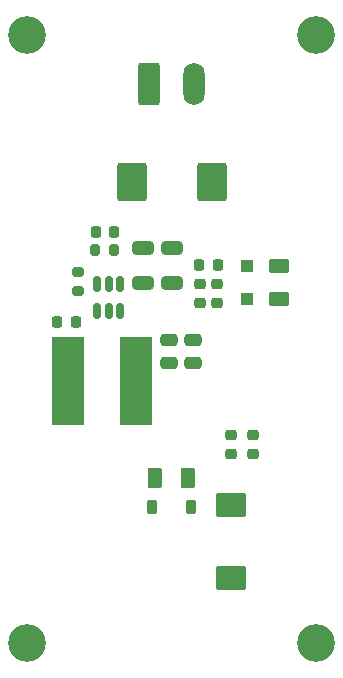
<source format=gbs>
G04 #@! TF.GenerationSoftware,KiCad,Pcbnew,8.0.5*
G04 #@! TF.CreationDate,2024-10-23T20:54:19+02:00*
G04 #@! TF.ProjectId,battEliminator,62617474-456c-4696-9d69-6e61746f722e,0.2*
G04 #@! TF.SameCoordinates,Original*
G04 #@! TF.FileFunction,Soldermask,Bot*
G04 #@! TF.FilePolarity,Negative*
%FSLAX46Y46*%
G04 Gerber Fmt 4.6, Leading zero omitted, Abs format (unit mm)*
G04 Created by KiCad (PCBNEW 8.0.5) date 2024-10-23 20:54:19*
%MOMM*%
%LPD*%
G01*
G04 APERTURE LIST*
G04 Aperture macros list*
%AMRoundRect*
0 Rectangle with rounded corners*
0 $1 Rounding radius*
0 $2 $3 $4 $5 $6 $7 $8 $9 X,Y pos of 4 corners*
0 Add a 4 corners polygon primitive as box body*
4,1,4,$2,$3,$4,$5,$6,$7,$8,$9,$2,$3,0*
0 Add four circle primitives for the rounded corners*
1,1,$1+$1,$2,$3*
1,1,$1+$1,$4,$5*
1,1,$1+$1,$6,$7*
1,1,$1+$1,$8,$9*
0 Add four rect primitives between the rounded corners*
20,1,$1+$1,$2,$3,$4,$5,0*
20,1,$1+$1,$4,$5,$6,$7,0*
20,1,$1+$1,$6,$7,$8,$9,0*
20,1,$1+$1,$8,$9,$2,$3,0*%
G04 Aperture macros list end*
%ADD10C,3.200000*%
%ADD11RoundRect,0.225000X0.225000X0.250000X-0.225000X0.250000X-0.225000X-0.250000X0.225000X-0.250000X0*%
%ADD12RoundRect,0.250000X-0.300000X0.300000X-0.300000X-0.300000X0.300000X-0.300000X0.300000X0.300000X0*%
%ADD13RoundRect,0.200000X-0.275000X0.200000X-0.275000X-0.200000X0.275000X-0.200000X0.275000X0.200000X0*%
%ADD14RoundRect,0.250000X-0.650000X0.325000X-0.650000X-0.325000X0.650000X-0.325000X0.650000X0.325000X0*%
%ADD15RoundRect,0.200000X0.200000X0.275000X-0.200000X0.275000X-0.200000X-0.275000X0.200000X-0.275000X0*%
%ADD16RoundRect,0.225000X-0.225000X-0.375000X0.225000X-0.375000X0.225000X0.375000X-0.225000X0.375000X0*%
%ADD17RoundRect,0.250000X0.475000X-0.250000X0.475000X0.250000X-0.475000X0.250000X-0.475000X-0.250000X0*%
%ADD18RoundRect,0.250000X0.375000X0.625000X-0.375000X0.625000X-0.375000X-0.625000X0.375000X-0.625000X0*%
%ADD19RoundRect,0.225000X-0.250000X0.225000X-0.250000X-0.225000X0.250000X-0.225000X0.250000X0.225000X0*%
%ADD20RoundRect,0.250000X-0.625000X0.375000X-0.625000X-0.375000X0.625000X-0.375000X0.625000X0.375000X0*%
%ADD21RoundRect,0.218750X-0.256250X0.218750X-0.256250X-0.218750X0.256250X-0.218750X0.256250X0.218750X0*%
%ADD22RoundRect,0.218750X0.218750X0.256250X-0.218750X0.256250X-0.218750X-0.256250X0.218750X-0.256250X0*%
%ADD23R,2.700000X7.500000*%
%ADD24RoundRect,0.225000X0.250000X-0.225000X0.250000X0.225000X-0.250000X0.225000X-0.250000X-0.225000X0*%
%ADD25RoundRect,0.250000X-1.025000X0.787500X-1.025000X-0.787500X1.025000X-0.787500X1.025000X0.787500X0*%
%ADD26RoundRect,0.250000X-0.650000X-1.550000X0.650000X-1.550000X0.650000X1.550000X-0.650000X1.550000X0*%
%ADD27O,1.800000X3.600000*%
%ADD28RoundRect,0.250000X-1.000000X1.400000X-1.000000X-1.400000X1.000000X-1.400000X1.000000X1.400000X0*%
%ADD29RoundRect,0.150000X-0.150000X0.512500X-0.150000X-0.512500X0.150000X-0.512500X0.150000X0.512500X0*%
G04 APERTURE END LIST*
D10*
X115500000Y-90000000D03*
X140000000Y-90000000D03*
X140000000Y-141500000D03*
X115500000Y-141500000D03*
D11*
X122875000Y-106712499D03*
X121325000Y-106712499D03*
D12*
X134100000Y-109600000D03*
X134100000Y-112400000D03*
D13*
X119850000Y-110062499D03*
X119850000Y-111712499D03*
D14*
X125350000Y-108087501D03*
X125350000Y-111037501D03*
D15*
X122900000Y-108262499D03*
X121250000Y-108262499D03*
D16*
X126100000Y-130000000D03*
X129400000Y-130000000D03*
D17*
X129550000Y-117762499D03*
X129550000Y-115862499D03*
D18*
X129150000Y-127550000D03*
X126350000Y-127550000D03*
D14*
X127750000Y-108062500D03*
X127750000Y-111012500D03*
D19*
X130100000Y-111150000D03*
X130100000Y-112700000D03*
D20*
X136800000Y-109550000D03*
X136800000Y-112350000D03*
D11*
X119625000Y-114312499D03*
X118075000Y-114312499D03*
D21*
X132800000Y-123912500D03*
X132800000Y-125487500D03*
D22*
X131637500Y-109475000D03*
X130062500Y-109475000D03*
D23*
X118950000Y-119362499D03*
X124750000Y-119362499D03*
D19*
X131600000Y-111150000D03*
X131600000Y-112700000D03*
D24*
X134650000Y-125475000D03*
X134650000Y-123925000D03*
D25*
X132800000Y-129787500D03*
X132800000Y-136012500D03*
D26*
X125862500Y-94157500D03*
D27*
X129672500Y-94157500D03*
D28*
X124350000Y-102500000D03*
X131150000Y-102500000D03*
D17*
X127500000Y-117762499D03*
X127500000Y-115862499D03*
D29*
X121450000Y-111124999D03*
X122400000Y-111124999D03*
X123350000Y-111124999D03*
X123350000Y-113399999D03*
X122400000Y-113399999D03*
X121450000Y-113399999D03*
M02*

</source>
